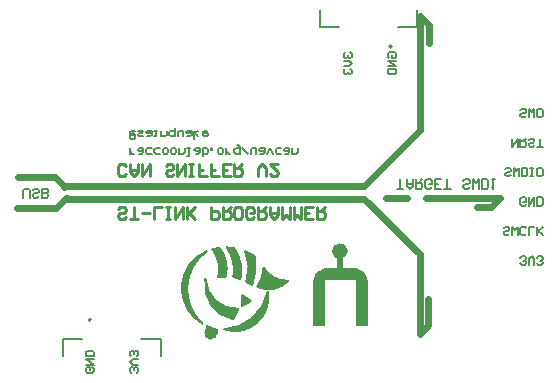
<source format=gbo>
G04*
G04 #@! TF.GenerationSoftware,Altium Limited,Altium Designer,21.6.1 (37)*
G04*
G04 Layer_Color=32896*
%FSLAX44Y44*%
%MOMM*%
G71*
G04*
G04 #@! TF.SameCoordinates,23785FB4-EFBD-4269-80FE-5E41C332AB00*
G04*
G04*
G04 #@! TF.FilePolarity,Positive*
G04*
G01*
G75*
%ADD10C,0.2000*%
%ADD13C,0.6000*%
%ADD14C,0.2500*%
%ADD15C,0.1270*%
%ADD16C,0.1700*%
%ADD68C,1.0000*%
%ADD84C,0.7000*%
%ADD85C,0.0100*%
%ADD86C,0.5000*%
%ADD87R,1.0000X3.7500*%
%ADD88R,1.0000X3.8250*%
G36*
X148296Y72515D02*
X150054Y69806D01*
X151471Y66903D01*
X152525Y63850D01*
X153202Y60691D01*
X153490Y57473D01*
X153385Y54245D01*
X152890Y51053D01*
X152451Y49499D01*
Y49499D01*
X151674Y49479D01*
X150121Y49388D01*
X148574Y49231D01*
X147035Y49008D01*
X146269Y48871D01*
X146603Y50396D01*
X147011Y53488D01*
X147072Y56607D01*
X146783Y59713D01*
X146149Y62767D01*
X145177Y65731D01*
X143881Y68568D01*
X142275Y71242D01*
X141362Y72507D01*
Y72507D01*
X142087Y72714D01*
X143551Y73078D01*
X145026Y73390D01*
X146512Y73650D01*
X147259Y73753D01*
X148296Y72515D01*
D02*
G37*
G36*
X154109Y74160D02*
X155683Y74098D01*
X157253Y73977D01*
X158818Y73799D01*
X159597Y73682D01*
X160609Y72281D01*
X162328Y69282D01*
X163723Y66119D01*
X164781Y62828D01*
X165487Y59444D01*
X165836Y56005D01*
X165823Y52548D01*
X165448Y49112D01*
X165082Y47423D01*
X165082Y47423D01*
X165082Y47423D01*
X164342Y47676D01*
X162846Y48135D01*
X161331Y48529D01*
X159801Y48857D01*
X159031Y48995D01*
Y48995D01*
X159316Y50633D01*
X159625Y53940D01*
X159585Y57262D01*
X159195Y60561D01*
X158460Y63801D01*
X157388Y66945D01*
X155991Y69959D01*
X154285Y72809D01*
X153321Y74163D01*
X154109Y74160D01*
D02*
G37*
G36*
X170130Y70698D02*
X172201Y69745D01*
X174218Y68683D01*
X176177Y67515D01*
X177124Y66880D01*
X177755Y63780D01*
X178118Y57463D01*
X177574Y51158D01*
X176135Y44996D01*
X174983Y42050D01*
X174396Y42490D01*
X173197Y43333D01*
X171964Y44128D01*
X170701Y44871D01*
X170058Y45224D01*
X170058D01*
X170562Y46803D01*
X171348Y50021D01*
X171833Y53299D01*
X172013Y56607D01*
X171887Y59918D01*
X171455Y63203D01*
X170722Y66434D01*
X169693Y69584D01*
X169070Y71120D01*
X170130Y70698D01*
D02*
G37*
G36*
X185552Y55805D02*
X187516Y53393D01*
X189779Y51259D01*
X192303Y49440D01*
X195043Y47967D01*
X197952Y46866D01*
X200980Y46155D01*
X204076Y45847D01*
X205632Y45846D01*
X204396Y44547D01*
X201554Y42360D01*
X198410Y40637D01*
X195037Y39418D01*
X191517Y38732D01*
X187934Y38597D01*
X184372Y39014D01*
X180917Y39975D01*
X179284Y40715D01*
X180482Y42547D01*
X182453Y46452D01*
X183824Y50606D01*
X184565Y54917D01*
X184692Y57102D01*
X184693D01*
X185552Y55805D01*
D02*
G37*
G36*
X173911Y28626D02*
X172873Y28304D01*
X170855Y27504D01*
X168927Y26505D01*
X167111Y25315D01*
X166250Y24653D01*
Y24653D01*
X166250D01*
Y34214D01*
X173911Y28626D01*
D02*
G37*
G36*
X135439Y47709D02*
X135563Y45947D01*
X136160Y42468D01*
X137212Y39097D01*
X138701Y35896D01*
X140599Y32920D01*
X142874Y30220D01*
X145486Y27845D01*
X148390Y25836D01*
X151533Y24229D01*
X154861Y23051D01*
X158316Y22324D01*
X161836Y22060D01*
X163602Y22103D01*
X163602Y22103D01*
X162803Y21133D01*
X161383Y19063D01*
X160215Y16841D01*
X159314Y14497D01*
X158968Y13290D01*
X158968D01*
X157076Y13660D01*
X153418Y14884D01*
X149950Y16571D01*
X146729Y18691D01*
X143809Y21210D01*
X141239Y24086D01*
X139063Y27270D01*
X137316Y30708D01*
X136029Y34344D01*
X135222Y38115D01*
X134910Y41959D01*
X135097Y45811D01*
X135439Y47709D01*
Y47709D01*
X135439D01*
X135439Y47709D01*
D02*
G37*
G36*
X134218Y69043D02*
X129972Y64987D01*
X126382Y60341D01*
X123529Y55208D01*
X121477Y49706D01*
X120274Y43959D01*
X119945Y38096D01*
X120500Y32250D01*
X121925Y26553D01*
X124187Y21135D01*
X127236Y16116D01*
X131004Y11612D01*
X133130Y9585D01*
X133130Y9585D01*
X130710Y10947D01*
X126370Y14411D01*
X122641Y18527D01*
X119620Y23188D01*
X117386Y28272D01*
X115996Y33649D01*
X115486Y39180D01*
X115870Y44721D01*
X117137Y50128D01*
X119255Y55262D01*
X122169Y59990D01*
X125803Y64190D01*
X127934Y65971D01*
X128937Y66699D01*
X131025Y68037D01*
X133187Y69252D01*
X135414Y70341D01*
X136558Y70820D01*
X134218Y69043D01*
D02*
G37*
G36*
X136146Y8472D02*
X144979Y5509D01*
X144978Y5509D01*
X144986Y5506D01*
X145000Y5496D01*
X145010Y5482D01*
X145015Y5466D01*
X145015Y5458D01*
X145015Y5458D01*
X145015Y5458D01*
Y5458D01*
Y5458D01*
Y5458D01*
Y5458D01*
Y5458D01*
X145054Y1627D01*
X145054Y1614D01*
X145054Y1588D01*
X145055Y1563D01*
X145055Y1537D01*
Y1526D01*
X145055Y1524D01*
D01*
Y1524D01*
Y1524D01*
Y1524D01*
Y1524D01*
Y476D01*
X144233Y-1451D01*
X142721Y-2902D01*
X140761Y-3644D01*
X138668Y-3558D01*
X136776Y-2657D01*
X135388Y-1087D01*
X134727Y901D01*
X134814Y1945D01*
X134815Y1957D01*
X134827Y1979D01*
X134847Y1992D01*
X134871Y1996D01*
X134882Y1993D01*
X136076Y8431D01*
Y8431D01*
X136078Y8442D01*
X136091Y8461D01*
X136111Y8473D01*
X136135Y8476D01*
X136146Y8472D01*
D02*
G37*
G36*
X145015Y5458D02*
Y5458D01*
Y5458D01*
Y5458D01*
D02*
G37*
G36*
X188633Y34431D02*
X188690Y29511D01*
X187898Y24655D01*
X186280Y20008D01*
X183886Y15709D01*
X180786Y11888D01*
X177074Y8657D01*
X172861Y6115D01*
X168273Y4338D01*
X163447Y3377D01*
X158528Y3264D01*
X153663Y3999D01*
X151330Y4781D01*
X151330D01*
X153514Y4961D01*
X157836Y5680D01*
X162053Y6871D01*
X166113Y8518D01*
X169967Y10602D01*
X173569Y13097D01*
X176874Y15973D01*
X179842Y19195D01*
X182439Y22725D01*
X184631Y26518D01*
X186392Y30530D01*
X187701Y34711D01*
X188181Y36850D01*
X188633Y34431D01*
D02*
G37*
%LPC*%
G36*
X145054Y1627D02*
X145055Y1524D01*
Y1526D01*
X145054Y1627D01*
D02*
G37*
G36*
X145055Y1524D02*
Y1524D01*
Y1524D01*
Y1524D01*
X145055Y1524D01*
X145055Y1524D01*
D02*
G37*
%LPD*%
D10*
X38500Y13000D02*
G03*
X38500Y13000I-1000J0D01*
G01*
X293250Y244250D02*
G03*
X293250Y244250I-1000J0D01*
G01*
X-18750Y116003D02*
Y122667D01*
X-17417Y124000D01*
X-14751D01*
X-13418Y122667D01*
Y116003D01*
X-5421Y117336D02*
X-6754Y116003D01*
X-9420D01*
X-10753Y117336D01*
Y118668D01*
X-9420Y120001D01*
X-6754D01*
X-5421Y121334D01*
Y122667D01*
X-6754Y124000D01*
X-9420D01*
X-10753Y122667D01*
X-2755Y116003D02*
Y124000D01*
X1244D01*
X2576Y122667D01*
Y121334D01*
X1244Y120001D01*
X-2755D01*
X1244D01*
X2576Y118668D01*
Y117336D01*
X1244Y116003D01*
X-2755D01*
X297750Y123753D02*
X303082D01*
X300416D01*
Y131750D01*
X305747D02*
Y126418D01*
X308413Y123753D01*
X311079Y126418D01*
Y131750D01*
Y127751D01*
X305747D01*
X313745Y131750D02*
Y123753D01*
X317744D01*
X319076Y125085D01*
Y127751D01*
X317744Y129084D01*
X313745D01*
X316411D02*
X319076Y131750D01*
X327074Y125085D02*
X325741Y123753D01*
X323075D01*
X321742Y125085D01*
Y130417D01*
X323075Y131750D01*
X325741D01*
X327074Y130417D01*
Y127751D01*
X324408D01*
X335071Y123753D02*
X329740D01*
Y131750D01*
X335071D01*
X329740Y127751D02*
X332406D01*
X337737Y123753D02*
X343069D01*
X340403D01*
Y131750D01*
X359063Y125085D02*
X357731Y123753D01*
X355065D01*
X353732Y125085D01*
Y126418D01*
X355065Y127751D01*
X357731D01*
X359063Y129084D01*
Y130417D01*
X357731Y131750D01*
X355065D01*
X353732Y130417D01*
X361729Y123753D02*
Y131750D01*
X364395Y129084D01*
X367061Y131750D01*
Y123753D01*
X369727D02*
Y131750D01*
X373726D01*
X375058Y130417D01*
Y125085D01*
X373726Y123753D01*
X369727D01*
X377724Y131750D02*
X380390D01*
X379057D01*
Y123753D01*
X377724Y125085D01*
D13*
X-23250Y133500D02*
X8000D01*
X15750Y125750D01*
Y125250D02*
Y125750D01*
X-24250Y107500D02*
X9000D01*
X17500Y116000D01*
X18000D01*
X365250Y108750D02*
X377250D01*
X384500Y116000D01*
X322000D02*
X384500D01*
X288750Y115750D02*
X306500D01*
X324000Y8250D02*
Y30250D01*
X316750Y1000D02*
X324000Y8250D01*
X316750Y1000D02*
Y68250D01*
X269750Y115250D02*
X316750Y68250D01*
X17000Y115250D02*
X269750Y115250D01*
X324500Y247500D02*
Y262750D01*
X316750Y270500D02*
X324500Y262750D01*
X316750Y173250D02*
Y270500D01*
X269500Y126000D02*
X316750Y173250D01*
X15750Y126000D02*
X269500Y126000D01*
D14*
X68415Y100177D02*
X66748Y98511D01*
X63416D01*
X61750Y100177D01*
Y101843D01*
X63416Y103510D01*
X66748D01*
X68415Y105176D01*
Y106842D01*
X66748Y108508D01*
X63416D01*
X61750Y106842D01*
X71747Y98511D02*
X78411D01*
X75079D01*
Y108508D01*
X81743Y103510D02*
X88408D01*
X91740Y98511D02*
Y108508D01*
X98405D01*
X101737Y98511D02*
X105069D01*
X103403D01*
Y108508D01*
X101737D01*
X105069D01*
X110068D02*
Y98511D01*
X116732Y108508D01*
Y98511D01*
X120064D02*
Y108508D01*
Y105176D01*
X126729Y98511D01*
X121731Y103510D01*
X126729Y108508D01*
X140058D02*
Y98511D01*
X145056D01*
X146723Y100177D01*
Y103510D01*
X145056Y105176D01*
X140058D01*
X150055Y108508D02*
Y98511D01*
X155053D01*
X156719Y100177D01*
Y103510D01*
X155053Y105176D01*
X150055D01*
X153387D02*
X156719Y108508D01*
X165050Y98511D02*
X161718D01*
X160052Y100177D01*
Y106842D01*
X161718Y108508D01*
X165050D01*
X166716Y106842D01*
Y100177D01*
X165050Y98511D01*
X176713Y100177D02*
X175047Y98511D01*
X171714D01*
X170048Y100177D01*
Y106842D01*
X171714Y108508D01*
X175047D01*
X176713Y106842D01*
Y103510D01*
X173381D01*
X180045Y108508D02*
Y98511D01*
X185044D01*
X186710Y100177D01*
Y103510D01*
X185044Y105176D01*
X180045D01*
X183377D02*
X186710Y108508D01*
X190042D02*
Y101843D01*
X193374Y98511D01*
X196707Y101843D01*
Y108508D01*
Y103510D01*
X190042D01*
X200039Y108508D02*
Y98511D01*
X203371Y101843D01*
X206703Y98511D01*
Y108508D01*
X210035D02*
Y98511D01*
X213368Y101843D01*
X216700Y98511D01*
Y108508D01*
X226697Y98511D02*
X220032D01*
Y108508D01*
X226697D01*
X220032Y103510D02*
X223365D01*
X230029Y108508D02*
Y98511D01*
X235028D01*
X236694Y100177D01*
Y103510D01*
X235028Y105176D01*
X230029D01*
X233361D02*
X236694Y108508D01*
X68415Y136169D02*
X66748Y134503D01*
X63416D01*
X61750Y136169D01*
Y142834D01*
X63416Y144500D01*
X66748D01*
X68415Y142834D01*
X71747Y144500D02*
Y137836D01*
X75079Y134503D01*
X78411Y137836D01*
Y144500D01*
Y139502D01*
X71747D01*
X81743Y144500D02*
Y134503D01*
X88408Y144500D01*
Y134503D01*
X108402Y136169D02*
X106735Y134503D01*
X103403D01*
X101737Y136169D01*
Y137836D01*
X103403Y139502D01*
X106735D01*
X108402Y141168D01*
Y142834D01*
X106735Y144500D01*
X103403D01*
X101737Y142834D01*
X111734Y144500D02*
Y134503D01*
X118398Y144500D01*
Y134503D01*
X121731D02*
X125063D01*
X123397D01*
Y144500D01*
X121731D01*
X125063D01*
X136726Y134503D02*
X130061D01*
Y139502D01*
X133393D01*
X130061D01*
Y144500D01*
X146723Y134503D02*
X140058D01*
Y139502D01*
X143390D01*
X140058D01*
Y144500D01*
X156719Y134503D02*
X150055D01*
Y144500D01*
X156719D01*
X150055Y139502D02*
X153387D01*
X160052Y144500D02*
Y134503D01*
X165050D01*
X166716Y136169D01*
Y139502D01*
X165050Y141168D01*
X160052D01*
X163384D02*
X166716Y144500D01*
X180045Y134503D02*
Y141168D01*
X183377Y144500D01*
X186710Y141168D01*
Y134503D01*
X196707Y144500D02*
X190042D01*
X196707Y137836D01*
Y136169D01*
X195040Y134503D01*
X191708D01*
X190042Y136169D01*
D15*
X159597Y73682D02*
G03*
X153321Y74163I-6416J-42518D01*
G01*
X165082Y47423D02*
G03*
X159031Y48995I-12086J-34077D01*
G01*
X163602Y22103D02*
G03*
X158968Y13290I16152J-14118D01*
G01*
X147259Y73753D02*
G03*
X141362Y72507I5922J-42590D01*
G01*
X179284Y40715D02*
G03*
X184692Y57102I-24027J17015D01*
G01*
X174983Y42050D02*
G03*
X177124Y66880I-41018J16045D01*
G01*
X165082Y47423D02*
G03*
X159597Y73682I-32193J6978D01*
G01*
X159031Y48995D02*
G03*
X153321Y74163I-30896J6222D01*
G01*
X146269Y48871D02*
G03*
X141362Y72507I-27036J6714D01*
G01*
X184693Y57102D02*
G03*
X205632Y45846I20175J12426D01*
G01*
X136558Y70820D02*
G03*
X127934Y65971I16623J-39656D01*
G01*
X177124Y66880D02*
G03*
X169070Y71120I-23943J-35717D01*
G01*
X152451Y49499D02*
G03*
X146269Y48871I545J-36153D01*
G01*
X174983Y42050D02*
G03*
X170058Y45224I-21987J-28704D01*
G01*
X170058D02*
G03*
X169070Y71120I-33861J11675D01*
G01*
X152451Y49499D02*
G03*
X147259Y73753I-25535J7217D01*
G01*
X173911Y28626D02*
G03*
X166250Y24653I5843J-20641D01*
G01*
X135439Y47709D02*
G03*
X163602Y22103I26628J996D01*
G01*
X135439Y47709D02*
G03*
X158968Y13290I29236J-5266D01*
G01*
X136558Y70820D02*
G03*
X133130Y9585I22438J-31970D01*
G01*
X127934Y65971D02*
G03*
X133130Y9585I22073J-26398D01*
G01*
X179284Y40715D02*
G03*
X205632Y45846I9565J21095D01*
G01*
X151330Y4781D02*
G03*
X188181Y36850I9002J26864D01*
G01*
X151330Y4781D02*
G03*
X188181Y36850I-2173J39705D01*
G01*
X166250Y24653D02*
Y34214D01*
X173911Y28626D01*
X15000Y-17800D02*
Y-3500D01*
X31250D01*
X81250D02*
X97500D01*
Y-17800D02*
Y-3500D01*
X314750Y260750D02*
Y275050D01*
X298500Y260750D02*
X314750D01*
X232250D02*
X248500D01*
X232250D02*
Y275050D01*
D16*
X71200Y153492D02*
Y158158D01*
Y155825D01*
X72366Y154659D01*
X73533Y153492D01*
X74699D01*
X79364D02*
X81697D01*
X82863Y154659D01*
Y158158D01*
X79364D01*
X78198Y156991D01*
X79364Y155825D01*
X82863D01*
X89861Y153492D02*
X86362D01*
X85196Y154659D01*
Y156991D01*
X86362Y158158D01*
X89861D01*
X96858Y153492D02*
X93359D01*
X92193Y154659D01*
Y156991D01*
X93359Y158158D01*
X96858D01*
X100357D02*
X102690D01*
X103856Y156991D01*
Y154659D01*
X102690Y153492D01*
X100357D01*
X99191Y154659D01*
Y156991D01*
X100357Y158158D01*
X107355D02*
X109688D01*
X110854Y156991D01*
Y154659D01*
X109688Y153492D01*
X107355D01*
X106189Y154659D01*
Y156991D01*
X107355Y158158D01*
X113187D02*
Y153492D01*
X116685D01*
X117852Y154659D01*
Y158158D01*
X120184D02*
X122517D01*
X121350D01*
Y151160D01*
X120184D01*
X127182Y153492D02*
X129515D01*
X130681Y154659D01*
Y158158D01*
X127182D01*
X126016Y156991D01*
X127182Y155825D01*
X130681D01*
X133013Y151160D02*
Y158158D01*
X136512D01*
X137679Y156991D01*
Y155825D01*
Y154659D01*
X136512Y153492D01*
X133013D01*
X140011Y158158D02*
Y156991D01*
X141178D01*
Y158158D01*
X140011D01*
X147009D02*
X149341D01*
X150508Y156991D01*
Y154659D01*
X149341Y153492D01*
X147009D01*
X145843Y154659D01*
Y156991D01*
X147009Y158158D01*
X152840Y153492D02*
Y158158D01*
Y155825D01*
X154007Y154659D01*
X155173Y153492D01*
X156339D01*
X162171Y160490D02*
X163337D01*
X164503Y159324D01*
Y153492D01*
X161004D01*
X159838Y154659D01*
Y156991D01*
X161004Y158158D01*
X164503D01*
X166836D02*
X171501Y153492D01*
X173834D02*
Y156991D01*
X175000Y158158D01*
X178499D01*
Y153492D01*
X181998D02*
X184330D01*
X185497Y154659D01*
Y158158D01*
X181998D01*
X180831Y156991D01*
X181998Y155825D01*
X185497D01*
X187829Y153492D02*
X190162Y158158D01*
X192494Y153492D01*
X199492D02*
X195993D01*
X194827Y154659D01*
Y156991D01*
X195993Y158158D01*
X199492D01*
X202991Y153492D02*
X205324D01*
X206490Y154659D01*
Y158158D01*
X202991D01*
X201825Y156991D01*
X202991Y155825D01*
X206490D01*
X208822Y158158D02*
Y153492D01*
X212321D01*
X213488Y154659D01*
Y158158D01*
X74699Y170635D02*
Y169469D01*
X73533D01*
Y170635D01*
X74699D01*
X75865Y169469D01*
Y167136D01*
X74699Y165970D01*
X72366D01*
X71200Y167136D01*
Y171801D01*
X72366Y172967D01*
X75865D01*
X78198D02*
X81697D01*
X82863Y171801D01*
X81697Y170635D01*
X79364D01*
X78198Y169469D01*
X79364Y168302D01*
X82863D01*
X86362D02*
X88694D01*
X89861Y169469D01*
Y172967D01*
X86362D01*
X85196Y171801D01*
X86362Y170635D01*
X89861D01*
X92193Y172967D02*
X94526D01*
X93359D01*
Y168302D01*
X92193D01*
X98025Y172967D02*
Y168302D01*
X101524D01*
X102690Y169469D01*
Y172967D01*
X109688Y175300D02*
Y168302D01*
X106189D01*
X105022Y169469D01*
Y171801D01*
X106189Y172967D01*
X109688D01*
X112020Y168302D02*
Y171801D01*
X113187Y172967D01*
X116685D01*
Y168302D01*
X120184D02*
X122517D01*
X123683Y169469D01*
Y172967D01*
X120184D01*
X119018Y171801D01*
X120184Y170635D01*
X123683D01*
X126016Y172967D02*
Y165970D01*
Y170635D02*
X129515Y168302D01*
X126016Y170635D02*
X129515Y172967D01*
X136512D02*
X134180D01*
X133013Y171801D01*
Y169469D01*
X134180Y168302D01*
X136512D01*
X137679Y169469D01*
Y170635D01*
X133013D01*
X77213Y-32057D02*
X78379Y-30891D01*
Y-28558D01*
X77213Y-27392D01*
X76047D01*
X74880Y-28558D01*
Y-29724D01*
Y-28558D01*
X73714Y-27392D01*
X72548D01*
X71382Y-28558D01*
Y-30891D01*
X72548Y-32057D01*
X78379Y-25059D02*
X73714D01*
X71382Y-22726D01*
X73714Y-20394D01*
X78379D01*
X77213Y-18061D02*
X78379Y-16895D01*
Y-14562D01*
X77213Y-13396D01*
X76047D01*
X74880Y-14562D01*
Y-15729D01*
Y-14562D01*
X73714Y-13396D01*
X72548D01*
X71382Y-14562D01*
Y-16895D01*
X72548Y-18061D01*
X39781Y-27392D02*
X40948Y-28558D01*
Y-30891D01*
X39781Y-32057D01*
X35116D01*
X33950Y-30891D01*
Y-28558D01*
X35116Y-27392D01*
X37449D01*
Y-29724D01*
X33950Y-25059D02*
X40948D01*
X33950Y-20394D01*
X40948D01*
Y-18061D02*
X33950D01*
Y-14562D01*
X35116Y-13396D01*
X39781D01*
X40948Y-14562D01*
Y-18061D01*
X402193Y60696D02*
X403359Y59530D01*
X405692D01*
X406858Y60696D01*
Y61862D01*
X405692Y63029D01*
X404526D01*
X405692D01*
X406858Y64195D01*
Y65361D01*
X405692Y66528D01*
X403359D01*
X402193Y65361D01*
X409191Y59530D02*
Y64195D01*
X411524Y66528D01*
X413856Y64195D01*
Y59530D01*
X416189Y60696D02*
X417355Y59530D01*
X419688D01*
X420854Y60696D01*
Y61862D01*
X419688Y63029D01*
X418521D01*
X419688D01*
X420854Y64195D01*
Y65361D01*
X419688Y66528D01*
X417355D01*
X416189Y65361D01*
X392863Y85651D02*
X391697Y84484D01*
X389364D01*
X388198Y85651D01*
Y86817D01*
X389364Y87983D01*
X391697D01*
X392863Y89150D01*
Y90316D01*
X391697Y91482D01*
X389364D01*
X388198Y90316D01*
X395196Y84484D02*
Y91482D01*
X397528Y89150D01*
X399861Y91482D01*
Y84484D01*
X406858Y85651D02*
X405692Y84484D01*
X403359D01*
X402193Y85651D01*
Y90316D01*
X403359Y91482D01*
X405692D01*
X406858Y90316D01*
X409191Y84484D02*
Y91482D01*
X413856D01*
X416189Y84484D02*
Y91482D01*
Y89150D01*
X420854Y84484D01*
X417355Y87983D01*
X420854Y91482D01*
X406858Y110605D02*
X405692Y109439D01*
X403359D01*
X402193Y110605D01*
Y115270D01*
X403359Y116437D01*
X405692D01*
X406858Y115270D01*
Y112938D01*
X404526D01*
X409191Y116437D02*
Y109439D01*
X413856Y116437D01*
Y109439D01*
X416189D02*
Y116437D01*
X419688D01*
X420854Y115270D01*
Y110605D01*
X419688Y109439D01*
X416189D01*
X394029Y135560D02*
X392863Y134393D01*
X390530D01*
X389364Y135560D01*
Y136726D01*
X390530Y137892D01*
X392863D01*
X394029Y139059D01*
Y140225D01*
X392863Y141391D01*
X390530D01*
X389364Y140225D01*
X396362Y134393D02*
Y141391D01*
X398694Y139059D01*
X401027Y141391D01*
Y134393D01*
X403359D02*
Y141391D01*
X406858D01*
X408025Y140225D01*
Y135560D01*
X406858Y134393D01*
X403359D01*
X410357D02*
X412690D01*
X411524D01*
Y141391D01*
X410357D01*
X412690D01*
X419688Y134393D02*
X417355D01*
X416189Y135560D01*
Y140225D01*
X417355Y141391D01*
X419688D01*
X420854Y140225D01*
Y135560D01*
X419688Y134393D01*
X395196Y166346D02*
Y159348D01*
X399861Y166346D01*
Y159348D01*
X402193Y166346D02*
Y159348D01*
X405692D01*
X406858Y160514D01*
Y162847D01*
X405692Y164013D01*
X402193D01*
X404526D02*
X406858Y166346D01*
X413856Y160514D02*
X412690Y159348D01*
X410357D01*
X409191Y160514D01*
Y161680D01*
X410357Y162847D01*
X412690D01*
X413856Y164013D01*
Y165179D01*
X412690Y166346D01*
X410357D01*
X409191Y165179D01*
X416189Y159348D02*
X420854D01*
X418521D01*
Y166346D01*
X406858Y185469D02*
X405692Y184302D01*
X403359D01*
X402193Y185469D01*
Y186635D01*
X403359Y187801D01*
X405692D01*
X406858Y188967D01*
Y190134D01*
X405692Y191300D01*
X403359D01*
X402193Y190134D01*
X409191Y184302D02*
Y191300D01*
X411524Y188967D01*
X413856Y191300D01*
Y184302D01*
X419688D02*
X417355D01*
X416189Y185469D01*
Y190134D01*
X417355Y191300D01*
X419688D01*
X420854Y190134D01*
Y185469D01*
X419688Y184302D01*
X253537Y239307D02*
X252371Y238141D01*
Y235808D01*
X253537Y234642D01*
X254703D01*
X255869Y235808D01*
Y236974D01*
Y235808D01*
X257036Y234642D01*
X258202D01*
X259368Y235808D01*
Y238141D01*
X258202Y239307D01*
X252371Y232309D02*
X257036D01*
X259368Y229977D01*
X257036Y227644D01*
X252371D01*
X253537Y225311D02*
X252371Y224145D01*
Y221812D01*
X253537Y220646D01*
X254703D01*
X255869Y221812D01*
Y222979D01*
Y221812D01*
X257036Y220646D01*
X258202D01*
X259368Y221812D01*
Y224145D01*
X258202Y225311D01*
X290969Y234642D02*
X289802Y235808D01*
Y238141D01*
X290969Y239307D01*
X295634D01*
X296800Y238141D01*
Y235808D01*
X295634Y234642D01*
X293301D01*
Y236974D01*
X296800Y232309D02*
X289802D01*
X296800Y227644D01*
X289802D01*
Y225311D02*
X296800D01*
Y221812D01*
X295634Y220646D01*
X290969D01*
X289802Y221812D01*
Y225311D01*
D68*
X237723Y51749D02*
G03*
X231574Y45567I12J-6162D01*
G01*
X267750Y45750D02*
G03*
X262036Y51814I-6000J71D01*
G01*
X237723Y51749D02*
X261250Y51750D01*
D84*
X252538Y71000D02*
G03*
X252538Y71000I-3288J0D01*
G01*
D85*
X134867Y1941D02*
G03*
X144976Y2026I5058J-417D01*
G01*
X136129Y8421D02*
X144961Y5458D01*
X145001Y1524D01*
X134850D02*
X136129Y8421D01*
D86*
X249250Y55500D02*
Y69750D01*
D87*
X231500Y26500D02*
D03*
D88*
X267750Y26625D02*
D03*
M02*

</source>
